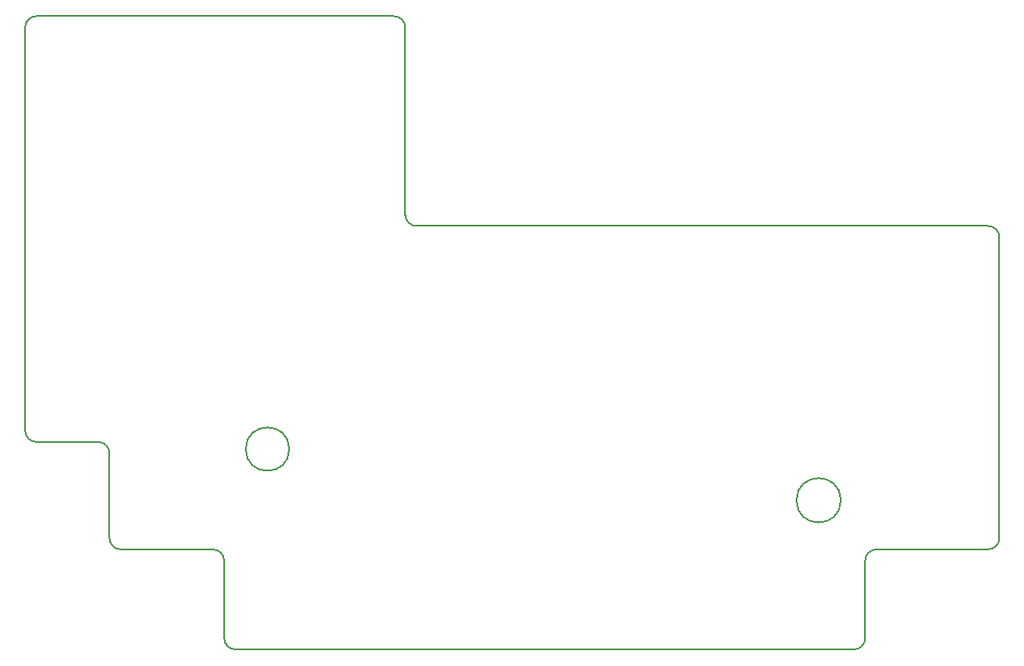
<source format=gbr>
G04 #@! TF.GenerationSoftware,KiCad,Pcbnew,5.1.5-52549c5~86~ubuntu18.04.1*
G04 #@! TF.CreationDate,2020-05-19T13:26:31+09:00*
G04 #@! TF.ProjectId,rpmpv1,72706d70-7631-42e6-9b69-6361645f7063,rev?*
G04 #@! TF.SameCoordinates,Original*
G04 #@! TF.FileFunction,Profile,NP*
%FSLAX46Y46*%
G04 Gerber Fmt 4.6, Leading zero omitted, Abs format (unit mm)*
G04 Created by KiCad (PCBNEW 5.1.5-52549c5~86~ubuntu18.04.1) date 2020-05-19 13:26:31*
%MOMM*%
%LPD*%
G04 APERTURE LIST*
%ADD10C,0.150000*%
G04 APERTURE END LIST*
D10*
X143343000Y-50800000D02*
G75*
G03X142200000Y-49657000I-1143000J0D01*
G01*
X143343000Y-69850000D02*
G75*
G03X144486000Y-70993000I1143000J0D01*
G01*
X203708000Y-72136000D02*
G75*
G03X202565000Y-70993000I-1143000J0D01*
G01*
X143343000Y-69850000D02*
X143343000Y-50800000D01*
X202565000Y-70993000D02*
X144486000Y-70993000D01*
X113284000Y-94107000D02*
G75*
G03X112141000Y-92964000I-1143000J0D01*
G01*
X104711500Y-91821000D02*
G75*
G03X105854500Y-92964000I1143000J0D01*
G01*
X105854500Y-92964000D02*
X112141000Y-92964000D01*
X104711500Y-50800000D02*
X104711500Y-91821000D01*
X124942600Y-112915700D02*
X124942600Y-105041700D01*
X114427000Y-103886000D02*
X123799600Y-103898700D01*
X113284000Y-102743000D02*
G75*
G03X114427000Y-103886000I1143000J0D01*
G01*
X124942600Y-105041700D02*
G75*
G03X123799600Y-103898700I-1143000J0D01*
G01*
X191223900Y-103886000D02*
X202565000Y-103886000D01*
X203708000Y-102743000D02*
G75*
G02X202565000Y-103886000I-1143000J0D01*
G01*
X190080900Y-112915700D02*
X190080900Y-105029000D01*
X190080900Y-105029000D02*
G75*
G02X191223900Y-103886000I1143000J0D01*
G01*
X131549518Y-93687900D02*
G75*
G03X131549518Y-93687900I-2212718J0D01*
G01*
X187601866Y-98894900D02*
G75*
G03X187601866Y-98894900I-2258066J0D01*
G01*
X105854500Y-49657000D02*
G75*
G03X104711500Y-50800000I0J-1143000D01*
G01*
X190080900Y-112915700D02*
G75*
G02X188937900Y-114058700I-1143000J0D01*
G01*
X124942600Y-112915700D02*
G75*
G03X126085600Y-114058700I1143000J0D01*
G01*
X203708000Y-102743000D02*
X203708000Y-72136000D01*
X126085600Y-114058700D02*
X188937900Y-114058700D01*
X113284000Y-94107000D02*
X113284000Y-102743000D01*
X142200000Y-49657000D02*
X105854500Y-49657000D01*
M02*

</source>
